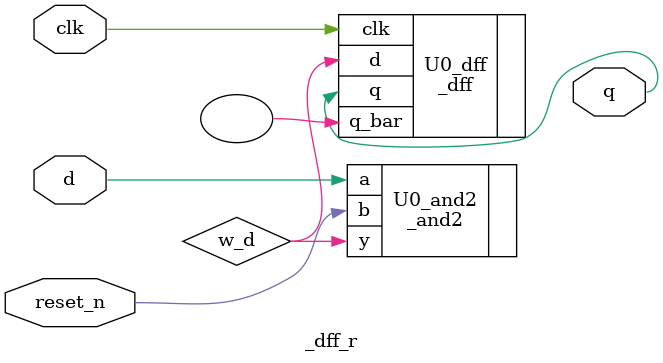
<source format=v>
module _dff_r(clk, reset_n, d, q);

	input		clk, reset_n, d;
	output	q;
	
	wire		w_d;
	
	_and2 U0_and2(.a(d), .b(reset_n), .y(w_d));
	_dff U0_dff(.clk(clk), .d(w_d), .q(q), .q_bar());
	
	endmodule
	
</source>
